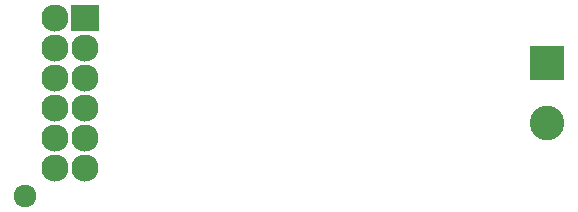
<source format=gbs>
G04 #@! TF.FileFunction,Soldermask,Bot*
%FSLAX46Y46*%
G04 Gerber Fmt 4.6, Leading zero omitted, Abs format (unit mm)*
G04 Created by KiCad (PCBNEW 4.0.2+dfsg1-stable) date lun. 14 janv. 2019 10:15:00 CET*
%MOMM*%
G01*
G04 APERTURE LIST*
%ADD10C,0.100000*%
%ADD11R,2.940000X2.940000*%
%ADD12C,2.940000*%
%ADD13R,2.400000X2.300000*%
%ADD14C,2.300000*%
%ADD15C,1.924000*%
G04 APERTURE END LIST*
D10*
D11*
X168820000Y-102460000D03*
D12*
X168820000Y-107540000D03*
D13*
X129690200Y-98650000D03*
D14*
X129690200Y-101190000D03*
X129690200Y-103730000D03*
X129690200Y-106270000D03*
X129690200Y-108810000D03*
X129690200Y-111350000D03*
X127150200Y-98650000D03*
X127150200Y-101190000D03*
X127150200Y-103730000D03*
X127150200Y-106270000D03*
X127150200Y-108810000D03*
X127150200Y-111350000D03*
D15*
X124600000Y-113660000D03*
M02*

</source>
